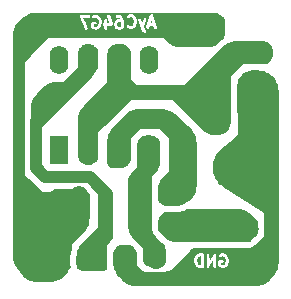
<source format=gbr>
%TF.GenerationSoftware,KiCad,Pcbnew,8.0.3*%
%TF.CreationDate,2024-09-30T16:35:38-03:00*%
%TF.ProjectId,PasaBajosActivos,50617361-4261-46a6-9f73-41637469766f,rev?*%
%TF.SameCoordinates,Original*%
%TF.FileFunction,Copper,L2,Bot*%
%TF.FilePolarity,Positive*%
%FSLAX46Y46*%
G04 Gerber Fmt 4.6, Leading zero omitted, Abs format (unit mm)*
G04 Created by KiCad (PCBNEW 8.0.3) date 2024-09-30 16:35:38*
%MOMM*%
%LPD*%
G01*
G04 APERTURE LIST*
%ADD10C,0.250000*%
%TA.AperFunction,ComponentPad*%
%ADD11C,1.400000*%
%TD*%
%TA.AperFunction,ComponentPad*%
%ADD12O,1.400000X1.400000*%
%TD*%
%TA.AperFunction,ComponentPad*%
%ADD13R,1.700000X1.700000*%
%TD*%
%TA.AperFunction,ComponentPad*%
%ADD14O,1.700000X1.700000*%
%TD*%
%TA.AperFunction,ComponentPad*%
%ADD15C,1.600000*%
%TD*%
%TA.AperFunction,ComponentPad*%
%ADD16O,1.600000X1.600000*%
%TD*%
%TA.AperFunction,ComponentPad*%
%ADD17R,1.600000X2.400000*%
%TD*%
%TA.AperFunction,ComponentPad*%
%ADD18O,1.600000X2.400000*%
%TD*%
%TA.AperFunction,Conductor*%
%ADD19C,1.000000*%
%TD*%
G04 APERTURE END LIST*
D10*
G36*
X154073260Y-111954728D02*
G01*
X153940691Y-111955364D01*
X154006589Y-111756191D01*
X154073260Y-111954728D01*
G37*
G36*
X154589306Y-112946970D02*
G01*
X151759357Y-112946970D01*
X151759357Y-111435470D01*
X151884357Y-111435470D01*
X151884357Y-111484244D01*
X151903022Y-111529303D01*
X151937509Y-111563790D01*
X151982568Y-111582455D01*
X152031342Y-111582455D01*
X152076401Y-111563790D01*
X152095343Y-111548245D01*
X152120664Y-111521561D01*
X152213189Y-111489302D01*
X152268799Y-111488185D01*
X152366281Y-111519199D01*
X152426328Y-111577460D01*
X152458829Y-111639586D01*
X152501117Y-111801239D01*
X152502738Y-111914097D01*
X152464247Y-112075506D01*
X152431068Y-112145026D01*
X152370716Y-112207229D01*
X152276910Y-112239935D01*
X152221302Y-112241052D01*
X152123174Y-112209832D01*
X152076402Y-112165447D01*
X152031343Y-112146782D01*
X151982570Y-112146782D01*
X151937510Y-112165446D01*
X151903022Y-112199933D01*
X151884357Y-112244992D01*
X151884357Y-112293765D01*
X151903021Y-112338825D01*
X151918566Y-112357767D01*
X151955336Y-112392662D01*
X151955825Y-112393640D01*
X151962111Y-112399091D01*
X151985126Y-112420933D01*
X151989279Y-112422653D01*
X151992671Y-112425595D01*
X152015046Y-112435585D01*
X152158842Y-112481334D01*
X152173045Y-112487217D01*
X152179255Y-112487828D01*
X152181796Y-112488637D01*
X152185087Y-112488403D01*
X152197431Y-112489619D01*
X152294650Y-112487666D01*
X152308303Y-112488637D01*
X152314305Y-112487272D01*
X152317055Y-112487217D01*
X152320106Y-112485953D01*
X152332197Y-112483204D01*
X152457266Y-112439598D01*
X152459913Y-112439598D01*
X152473987Y-112433768D01*
X152497429Y-112425595D01*
X152500821Y-112422652D01*
X152504973Y-112420933D01*
X152523915Y-112405388D01*
X152618194Y-112308216D01*
X152629513Y-112298400D01*
X152632827Y-112293135D01*
X152634698Y-112291207D01*
X152635962Y-112288155D01*
X152642567Y-112277663D01*
X152685260Y-112188209D01*
X152691406Y-112179915D01*
X152697919Y-112161684D01*
X152698944Y-112159539D01*
X152699007Y-112158639D01*
X152699651Y-112156840D01*
X152743621Y-111972451D01*
X152748600Y-111960433D01*
X152750086Y-111945343D01*
X152750854Y-111942124D01*
X152750582Y-111940301D01*
X152751002Y-111936047D01*
X152749038Y-111799316D01*
X152750854Y-111787113D01*
X152748648Y-111772197D01*
X152748600Y-111768804D01*
X152747895Y-111767102D01*
X152747270Y-111762873D01*
X152735066Y-111716221D01*
X152835678Y-111716221D01*
X152841618Y-111739994D01*
X153074568Y-112385563D01*
X153074545Y-112387509D01*
X153076083Y-112392812D01*
X153076195Y-112395062D01*
X153077589Y-112398006D01*
X153081371Y-112411043D01*
X153187896Y-112670887D01*
X153188439Y-112671443D01*
X153188736Y-112672160D01*
X153204281Y-112691102D01*
X153255605Y-112739807D01*
X153263649Y-112749082D01*
X153268785Y-112752315D01*
X153270841Y-112754266D01*
X153273891Y-112755529D01*
X153284386Y-112762136D01*
X153402510Y-112818513D01*
X153451159Y-112821970D01*
X153497430Y-112806547D01*
X153534275Y-112774591D01*
X153556086Y-112730968D01*
X153559544Y-112682318D01*
X153544121Y-112636048D01*
X153512165Y-112599203D01*
X153491427Y-112586148D01*
X153416496Y-112550386D01*
X153399821Y-112534562D01*
X153330075Y-112364430D01*
X153335534Y-112348985D01*
X153549604Y-112348985D01*
X153553061Y-112397634D01*
X153574873Y-112441259D01*
X153611719Y-112473214D01*
X153657988Y-112488637D01*
X153706637Y-112485180D01*
X153750262Y-112463368D01*
X153782217Y-112426522D01*
X153792207Y-112404147D01*
X153858602Y-112203473D01*
X154156311Y-112202044D01*
X154231693Y-112426522D01*
X154263648Y-112463368D01*
X154307272Y-112485180D01*
X154355922Y-112488637D01*
X154402191Y-112473214D01*
X154439037Y-112441258D01*
X154460849Y-112397634D01*
X154464306Y-112348984D01*
X154458873Y-112325090D01*
X154128123Y-111340159D01*
X154127516Y-111331604D01*
X154120618Y-111317808D01*
X154115550Y-111302716D01*
X154109698Y-111295968D01*
X154105704Y-111287980D01*
X154093866Y-111277713D01*
X154083595Y-111265870D01*
X154075603Y-111261874D01*
X154068858Y-111256024D01*
X154053990Y-111251068D01*
X154039970Y-111244058D01*
X154031060Y-111243424D01*
X154022589Y-111240601D01*
X154006954Y-111241711D01*
X153991321Y-111240601D01*
X153982849Y-111243424D01*
X153973939Y-111244058D01*
X153959917Y-111251069D01*
X153945052Y-111256024D01*
X153938306Y-111261874D01*
X153930315Y-111265870D01*
X153920046Y-111277710D01*
X153908206Y-111287979D01*
X153904210Y-111295969D01*
X153898360Y-111302716D01*
X153888369Y-111325091D01*
X153650084Y-112045288D01*
X153646262Y-112054518D01*
X153646262Y-112056842D01*
X153549604Y-112348985D01*
X153335534Y-112348985D01*
X153559183Y-111716221D01*
X153556762Y-111667509D01*
X153535883Y-111623430D01*
X153499725Y-111590698D01*
X153453795Y-111574295D01*
X153405082Y-111576716D01*
X153361004Y-111597595D01*
X153328272Y-111633753D01*
X153317808Y-111655910D01*
X153197455Y-111996417D01*
X153066590Y-111633753D01*
X153033858Y-111597595D01*
X152989779Y-111576716D01*
X152941067Y-111574294D01*
X152895137Y-111590698D01*
X152858979Y-111623430D01*
X152838100Y-111667509D01*
X152835678Y-111716221D01*
X152735066Y-111716221D01*
X152699767Y-111581284D01*
X152698944Y-111569698D01*
X152691966Y-111551464D01*
X152691406Y-111549322D01*
X152690869Y-111548597D01*
X152690186Y-111546812D01*
X152640100Y-111451075D01*
X152634697Y-111438030D01*
X152630777Y-111433253D01*
X152629513Y-111430837D01*
X152627018Y-111428673D01*
X152619152Y-111419088D01*
X152535380Y-111337808D01*
X152534275Y-111335598D01*
X152523223Y-111326013D01*
X152504972Y-111308305D01*
X152500822Y-111306586D01*
X152497429Y-111303643D01*
X152475054Y-111293652D01*
X152331258Y-111247904D01*
X152317055Y-111242021D01*
X152310843Y-111241409D01*
X152308303Y-111240601D01*
X152305012Y-111240834D01*
X152292669Y-111239619D01*
X152195448Y-111241571D01*
X152181796Y-111240601D01*
X152175793Y-111241965D01*
X152173045Y-111242021D01*
X152169995Y-111243284D01*
X152157902Y-111246034D01*
X152032834Y-111289640D01*
X152030187Y-111289640D01*
X152016113Y-111295469D01*
X151992671Y-111303643D01*
X151989278Y-111306585D01*
X151985127Y-111308305D01*
X151966185Y-111323850D01*
X151903022Y-111390411D01*
X151884357Y-111435470D01*
X151759357Y-111435470D01*
X151759357Y-111114619D01*
X154589306Y-111114619D01*
X154589306Y-112946970D01*
G37*
G36*
X151373604Y-111943136D02*
G01*
X151393769Y-111962273D01*
X151421064Y-112014447D01*
X151422114Y-112191564D01*
X151397483Y-112243173D01*
X151378347Y-112263338D01*
X151327535Y-112289921D01*
X151196062Y-112291391D01*
X151145069Y-112267053D01*
X151124902Y-112247915D01*
X151098375Y-112197210D01*
X151096737Y-112018245D01*
X151121187Y-111967016D01*
X151140324Y-111946851D01*
X151191136Y-111920268D01*
X151322610Y-111918798D01*
X151373604Y-111943136D01*
G37*
G36*
X151795050Y-112664619D02*
G01*
X147773354Y-112664619D01*
X147773354Y-111391730D01*
X147898354Y-111391730D01*
X147898643Y-111415377D01*
X147898643Y-111439005D01*
X147898940Y-111439723D01*
X147898950Y-111440498D01*
X147906348Y-111463859D01*
X148346733Y-112485327D01*
X148381637Y-112519391D01*
X148426922Y-112537505D01*
X148475691Y-112536910D01*
X148520520Y-112517698D01*
X148554584Y-112482793D01*
X148572698Y-112437508D01*
X148572103Y-112388739D01*
X148564705Y-112365379D01*
X148401164Y-111986047D01*
X148896241Y-111986047D01*
X148898643Y-112343766D01*
X148917307Y-112388826D01*
X148917311Y-112388830D01*
X148932852Y-112407767D01*
X148969622Y-112442662D01*
X148970111Y-112443640D01*
X148976397Y-112449091D01*
X148999412Y-112470933D01*
X149003565Y-112472653D01*
X149006957Y-112475595D01*
X149029332Y-112485585D01*
X149173128Y-112531334D01*
X149187331Y-112537217D01*
X149193541Y-112537828D01*
X149196082Y-112538637D01*
X149199373Y-112538403D01*
X149211717Y-112539619D01*
X149308936Y-112537666D01*
X149322589Y-112538637D01*
X149328591Y-112537272D01*
X149331341Y-112537217D01*
X149334392Y-112535953D01*
X149346483Y-112533204D01*
X149471552Y-112489598D01*
X149474199Y-112489598D01*
X149488273Y-112483768D01*
X149511715Y-112475595D01*
X149515107Y-112472652D01*
X149519259Y-112470933D01*
X149538201Y-112455388D01*
X149632480Y-112358216D01*
X149643799Y-112348400D01*
X149647113Y-112343135D01*
X149648984Y-112341207D01*
X149650248Y-112338155D01*
X149656853Y-112327663D01*
X149699546Y-112238209D01*
X149705692Y-112229915D01*
X149712205Y-112211684D01*
X149713230Y-112209539D01*
X149713293Y-112208639D01*
X149713937Y-112206840D01*
X149749692Y-112056899D01*
X149851024Y-112056899D01*
X149851024Y-112105671D01*
X149869688Y-112150731D01*
X149904176Y-112185219D01*
X149949236Y-112203883D01*
X149973622Y-112206285D01*
X149993071Y-112206212D01*
X149993881Y-112439005D01*
X150012545Y-112484065D01*
X150047033Y-112518553D01*
X150092093Y-112537217D01*
X150140865Y-112537217D01*
X150185925Y-112518553D01*
X150220413Y-112484065D01*
X150239077Y-112439005D01*
X150241479Y-112414619D01*
X150240751Y-112205287D01*
X150589753Y-112203984D01*
X150608303Y-112205303D01*
X150612512Y-112203899D01*
X150617055Y-112203883D01*
X150635570Y-112196213D01*
X150654572Y-112189880D01*
X150657963Y-112186938D01*
X150662115Y-112185219D01*
X150676287Y-112171046D01*
X150691418Y-112157924D01*
X150693426Y-112153908D01*
X150696603Y-112150731D01*
X150704271Y-112132216D01*
X150713230Y-112114300D01*
X150713548Y-112109820D01*
X150715267Y-112105671D01*
X150715267Y-112085633D01*
X150716687Y-112065650D01*
X150715267Y-112059404D01*
X150715267Y-112056899D01*
X150714003Y-112053849D01*
X150711254Y-112041756D01*
X150692493Y-111986047D01*
X150848622Y-111986047D01*
X150850629Y-112205428D01*
X150849603Y-112208508D01*
X150850813Y-112225540D01*
X150851024Y-112248528D01*
X150852742Y-112252676D01*
X150853061Y-112257158D01*
X150861819Y-112280044D01*
X150911903Y-112375778D01*
X150917307Y-112388825D01*
X150921227Y-112393602D01*
X150922492Y-112396019D01*
X150924986Y-112398182D01*
X150932852Y-112407767D01*
X150984179Y-112456477D01*
X150992221Y-112465749D01*
X150997354Y-112468980D01*
X150999412Y-112470933D01*
X151002465Y-112472197D01*
X151012958Y-112478803D01*
X151093198Y-112517099D01*
X151094652Y-112518553D01*
X151106701Y-112523544D01*
X151131082Y-112535180D01*
X151135562Y-112535498D01*
X151139712Y-112537217D01*
X151164098Y-112539619D01*
X151336114Y-112537695D01*
X151338940Y-112538638D01*
X151355193Y-112537482D01*
X151378960Y-112537217D01*
X151383108Y-112535498D01*
X151387590Y-112535180D01*
X151410476Y-112526422D01*
X151506208Y-112476338D01*
X151519259Y-112470933D01*
X151524036Y-112467012D01*
X151526451Y-112465749D01*
X151528613Y-112463255D01*
X151538201Y-112455387D01*
X151586902Y-112404065D01*
X151596180Y-112396019D01*
X151599415Y-112390879D01*
X151601365Y-112388825D01*
X151602627Y-112385776D01*
X151609234Y-112375282D01*
X151647530Y-112295041D01*
X151648984Y-112293588D01*
X151653975Y-112281538D01*
X151665611Y-112257158D01*
X151665929Y-112252677D01*
X151667648Y-112248528D01*
X151670050Y-112224142D01*
X151668737Y-112002671D01*
X151669068Y-112001680D01*
X151668701Y-111996516D01*
X151667838Y-111850980D01*
X151669902Y-111837113D01*
X151667666Y-111821996D01*
X151667648Y-111818804D01*
X151666943Y-111817102D01*
X151666318Y-111812873D01*
X151616151Y-111621101D01*
X151612966Y-111604999D01*
X151610950Y-111601218D01*
X151610454Y-111599322D01*
X151608616Y-111596842D01*
X151601437Y-111583377D01*
X151510033Y-111449844D01*
X151506126Y-111440410D01*
X151490757Y-111421683D01*
X151490674Y-111421561D01*
X151490636Y-111421536D01*
X151490581Y-111421468D01*
X151439259Y-111372766D01*
X151431213Y-111363489D01*
X151426073Y-111360253D01*
X151424020Y-111358305D01*
X151420973Y-111357043D01*
X151410475Y-111350434D01*
X151330235Y-111312138D01*
X151328782Y-111310685D01*
X151316733Y-111305694D01*
X151292352Y-111294058D01*
X151287870Y-111293739D01*
X151283722Y-111292021D01*
X151259336Y-111289619D01*
X151044474Y-111292021D01*
X150999414Y-111310685D01*
X150964926Y-111345173D01*
X150946262Y-111390233D01*
X150946262Y-111439005D01*
X150964926Y-111484065D01*
X150999414Y-111518553D01*
X151044474Y-111537217D01*
X151068860Y-111539619D01*
X151227372Y-111537846D01*
X151278366Y-111562184D01*
X151301701Y-111584329D01*
X151361179Y-111671221D01*
X151354574Y-111670571D01*
X151182554Y-111672494D01*
X151179731Y-111671553D01*
X151163488Y-111672707D01*
X151139712Y-111672973D01*
X151135562Y-111674691D01*
X151131082Y-111675010D01*
X151108196Y-111683768D01*
X151012462Y-111733851D01*
X150999413Y-111739257D01*
X150994635Y-111743178D01*
X150992221Y-111744441D01*
X150990059Y-111746932D01*
X150980471Y-111754802D01*
X150931769Y-111806123D01*
X150922492Y-111814170D01*
X150919256Y-111819309D01*
X150917308Y-111821363D01*
X150916046Y-111824409D01*
X150909437Y-111834908D01*
X150871141Y-111915147D01*
X150869688Y-111916601D01*
X150864697Y-111928649D01*
X150853061Y-111953031D01*
X150852742Y-111957512D01*
X150851024Y-111961661D01*
X150848622Y-111986047D01*
X150692493Y-111986047D01*
X150463169Y-111305097D01*
X150431214Y-111268251D01*
X150387589Y-111246439D01*
X150338940Y-111242982D01*
X150292671Y-111258405D01*
X150255825Y-111290360D01*
X150234013Y-111333985D01*
X150230556Y-111382634D01*
X150235989Y-111406528D01*
X150421346Y-111956924D01*
X150239890Y-111957601D01*
X150239077Y-111723566D01*
X150220413Y-111678506D01*
X150185925Y-111644018D01*
X150140865Y-111625354D01*
X150092093Y-111625354D01*
X150047033Y-111644018D01*
X150012545Y-111678506D01*
X149993881Y-111723566D01*
X149991479Y-111747952D01*
X149992210Y-111958526D01*
X149949236Y-111958687D01*
X149904176Y-111977351D01*
X149869688Y-112011839D01*
X149851024Y-112056899D01*
X149749692Y-112056899D01*
X149757907Y-112022451D01*
X149762886Y-112010433D01*
X149764372Y-111995343D01*
X149765140Y-111992124D01*
X149764868Y-111990301D01*
X149765288Y-111986047D01*
X149763324Y-111849316D01*
X149765140Y-111837113D01*
X149762934Y-111822197D01*
X149762886Y-111818804D01*
X149762181Y-111817102D01*
X149761556Y-111812873D01*
X149714053Y-111631284D01*
X149713230Y-111619698D01*
X149706252Y-111601464D01*
X149705692Y-111599322D01*
X149705155Y-111598597D01*
X149704472Y-111596812D01*
X149654386Y-111501075D01*
X149648983Y-111488030D01*
X149645063Y-111483253D01*
X149643799Y-111480837D01*
X149641304Y-111478673D01*
X149633438Y-111469088D01*
X149549666Y-111387808D01*
X149548561Y-111385598D01*
X149537509Y-111376013D01*
X149519258Y-111358305D01*
X149515108Y-111356586D01*
X149511715Y-111353643D01*
X149489340Y-111343652D01*
X149345544Y-111297904D01*
X149331341Y-111292021D01*
X149325129Y-111291409D01*
X149322589Y-111290601D01*
X149319298Y-111290834D01*
X149306955Y-111289619D01*
X149182162Y-111291411D01*
X149179731Y-111290601D01*
X149164823Y-111291660D01*
X149139712Y-111292021D01*
X149135562Y-111293739D01*
X149131082Y-111294058D01*
X149108196Y-111302816D01*
X148992221Y-111363489D01*
X148960265Y-111400334D01*
X148944841Y-111446604D01*
X148948299Y-111495254D01*
X148970111Y-111538877D01*
X149006956Y-111570833D01*
X149053226Y-111586257D01*
X149101876Y-111582799D01*
X149124762Y-111574041D01*
X149191305Y-111539228D01*
X149282256Y-111537921D01*
X149380567Y-111569199D01*
X149440614Y-111627460D01*
X149473115Y-111689586D01*
X149515403Y-111851239D01*
X149517024Y-111964097D01*
X149478533Y-112125506D01*
X149445354Y-112195026D01*
X149385002Y-112257229D01*
X149291196Y-112289935D01*
X149235588Y-112291052D01*
X149145859Y-112262505D01*
X149144832Y-112109665D01*
X149236103Y-112108645D01*
X149281163Y-112089981D01*
X149315651Y-112055493D01*
X149334315Y-112010433D01*
X149334315Y-111961661D01*
X149315651Y-111916601D01*
X149281163Y-111882113D01*
X149236103Y-111863449D01*
X149211717Y-111861047D01*
X148996855Y-111863449D01*
X148951795Y-111882113D01*
X148917307Y-111916601D01*
X148898643Y-111961661D01*
X148896241Y-111986047D01*
X148401164Y-111986047D01*
X148208415Y-111538968D01*
X148712293Y-111537217D01*
X148757353Y-111518553D01*
X148791841Y-111484065D01*
X148810505Y-111439005D01*
X148810505Y-111390233D01*
X148791841Y-111345173D01*
X148757353Y-111310685D01*
X148712293Y-111292021D01*
X148687907Y-111289619D01*
X148044439Y-111291855D01*
X148044130Y-111291732D01*
X148029873Y-111291906D01*
X147996855Y-111292021D01*
X147996136Y-111292318D01*
X147995362Y-111292328D01*
X147973674Y-111301622D01*
X147951795Y-111310685D01*
X147951245Y-111311234D01*
X147950533Y-111311540D01*
X147934027Y-111328452D01*
X147917307Y-111345173D01*
X147917010Y-111345889D01*
X147916468Y-111346445D01*
X147907677Y-111368421D01*
X147898643Y-111390233D01*
X147898643Y-111391007D01*
X147898354Y-111391730D01*
X147773354Y-111391730D01*
X147773354Y-111117982D01*
X151795050Y-111117982D01*
X151795050Y-112664619D01*
G37*
G36*
X158176866Y-132490744D02*
G01*
X158087199Y-132491564D01*
X157988106Y-132460038D01*
X157928057Y-132401775D01*
X157895556Y-132339650D01*
X157853268Y-132177997D01*
X157851647Y-132065139D01*
X157890138Y-131903727D01*
X157923318Y-131834209D01*
X157983667Y-131772009D01*
X158076968Y-131739479D01*
X158175102Y-131738581D01*
X158176866Y-132490744D01*
G37*
G36*
X160645050Y-132864619D02*
G01*
X157478384Y-132864619D01*
X157478384Y-132043190D01*
X157603384Y-132043190D01*
X157605347Y-132179919D01*
X157603532Y-132192123D01*
X157605737Y-132207038D01*
X157605786Y-132210433D01*
X157606490Y-132212134D01*
X157607116Y-132216364D01*
X157654618Y-132397950D01*
X157655442Y-132409539D01*
X157662419Y-132427772D01*
X157662980Y-132429915D01*
X157663516Y-132430639D01*
X157664200Y-132432425D01*
X157714282Y-132528156D01*
X157719688Y-132541207D01*
X157723610Y-132545986D01*
X157724873Y-132548400D01*
X157727364Y-132550560D01*
X157735233Y-132560149D01*
X157819006Y-132641430D01*
X157820111Y-132643640D01*
X157831154Y-132653217D01*
X157849413Y-132670933D01*
X157853564Y-132672652D01*
X157856957Y-132675595D01*
X157879332Y-132685585D01*
X158023128Y-132731334D01*
X158037331Y-132737217D01*
X158043541Y-132737828D01*
X158046082Y-132738637D01*
X158049373Y-132738403D01*
X158061717Y-132739619D01*
X158324198Y-132737217D01*
X158369258Y-132718553D01*
X158403746Y-132684065D01*
X158422410Y-132639005D01*
X158424812Y-132614619D01*
X158422467Y-131614619D01*
X158651003Y-131614619D01*
X158653330Y-132607436D01*
X158651308Y-132623349D01*
X158653386Y-132630969D01*
X158653405Y-132639005D01*
X158659766Y-132654362D01*
X158664141Y-132670404D01*
X158669020Y-132676704D01*
X158672069Y-132684065D01*
X158683824Y-132695820D01*
X158694004Y-132708965D01*
X158700922Y-132712918D01*
X158706557Y-132718553D01*
X158721915Y-132724914D01*
X158736350Y-132733163D01*
X158744256Y-132734168D01*
X158751617Y-132737217D01*
X158768238Y-132737217D01*
X158784733Y-132739314D01*
X158792422Y-132737217D01*
X158800389Y-132737217D01*
X158815746Y-132730855D01*
X158831788Y-132726481D01*
X158838088Y-132721601D01*
X158845449Y-132718553D01*
X158857204Y-132706797D01*
X158870349Y-132696618D01*
X158877602Y-132686399D01*
X158879937Y-132684065D01*
X158880886Y-132681773D01*
X158884533Y-132676636D01*
X159223523Y-132080579D01*
X159224833Y-132639005D01*
X159243497Y-132684065D01*
X159277985Y-132718553D01*
X159323045Y-132737217D01*
X159371817Y-132737217D01*
X159416877Y-132718553D01*
X159451365Y-132684065D01*
X159470029Y-132639005D01*
X159472431Y-132614619D01*
X159471426Y-132186047D01*
X159651003Y-132186047D01*
X159653405Y-132543766D01*
X159672069Y-132588826D01*
X159672073Y-132588830D01*
X159687614Y-132607767D01*
X159724384Y-132642662D01*
X159724873Y-132643640D01*
X159731159Y-132649091D01*
X159754174Y-132670933D01*
X159758327Y-132672653D01*
X159761719Y-132675595D01*
X159784094Y-132685585D01*
X159927890Y-132731334D01*
X159942093Y-132737217D01*
X159948303Y-132737828D01*
X159950844Y-132738637D01*
X159954135Y-132738403D01*
X159966479Y-132739619D01*
X160063698Y-132737666D01*
X160077351Y-132738637D01*
X160083353Y-132737272D01*
X160086103Y-132737217D01*
X160089154Y-132735953D01*
X160101245Y-132733204D01*
X160226314Y-132689598D01*
X160228961Y-132689598D01*
X160243035Y-132683768D01*
X160266477Y-132675595D01*
X160269869Y-132672652D01*
X160274021Y-132670933D01*
X160292963Y-132655388D01*
X160387242Y-132558216D01*
X160398561Y-132548400D01*
X160401875Y-132543135D01*
X160403746Y-132541207D01*
X160405010Y-132538155D01*
X160411615Y-132527663D01*
X160454308Y-132438209D01*
X160460454Y-132429915D01*
X160466967Y-132411684D01*
X160467992Y-132409539D01*
X160468055Y-132408639D01*
X160468699Y-132406840D01*
X160512669Y-132222451D01*
X160517648Y-132210433D01*
X160519134Y-132195343D01*
X160519902Y-132192124D01*
X160519630Y-132190301D01*
X160520050Y-132186047D01*
X160518086Y-132049316D01*
X160519902Y-132037113D01*
X160517696Y-132022197D01*
X160517648Y-132018804D01*
X160516943Y-132017102D01*
X160516318Y-132012873D01*
X160468815Y-131831284D01*
X160467992Y-131819698D01*
X160461014Y-131801464D01*
X160460454Y-131799322D01*
X160459917Y-131798597D01*
X160459234Y-131796812D01*
X160409148Y-131701075D01*
X160403745Y-131688030D01*
X160399825Y-131683253D01*
X160398561Y-131680837D01*
X160396066Y-131678673D01*
X160388200Y-131669088D01*
X160304428Y-131587808D01*
X160303323Y-131585598D01*
X160292271Y-131576013D01*
X160274020Y-131558305D01*
X160269870Y-131556586D01*
X160266477Y-131553643D01*
X160244102Y-131543652D01*
X160100306Y-131497904D01*
X160086103Y-131492021D01*
X160079891Y-131491409D01*
X160077351Y-131490601D01*
X160074060Y-131490834D01*
X160061717Y-131489619D01*
X159936924Y-131491411D01*
X159934493Y-131490601D01*
X159919585Y-131491660D01*
X159894474Y-131492021D01*
X159890324Y-131493739D01*
X159885844Y-131494058D01*
X159862958Y-131502816D01*
X159746983Y-131563489D01*
X159715027Y-131600334D01*
X159699603Y-131646604D01*
X159703061Y-131695254D01*
X159724873Y-131738877D01*
X159761718Y-131770833D01*
X159807988Y-131786257D01*
X159856638Y-131782799D01*
X159879524Y-131774041D01*
X159946067Y-131739228D01*
X160037018Y-131737921D01*
X160135329Y-131769199D01*
X160195376Y-131827460D01*
X160227877Y-131889586D01*
X160270165Y-132051239D01*
X160271786Y-132164097D01*
X160233295Y-132325506D01*
X160200116Y-132395026D01*
X160139764Y-132457229D01*
X160045958Y-132489935D01*
X159990350Y-132491052D01*
X159900621Y-132462505D01*
X159899594Y-132309665D01*
X159990865Y-132308645D01*
X160035925Y-132289981D01*
X160070413Y-132255493D01*
X160089077Y-132210433D01*
X160089077Y-132161661D01*
X160070413Y-132116601D01*
X160035925Y-132082113D01*
X159990865Y-132063449D01*
X159966479Y-132061047D01*
X159751617Y-132063449D01*
X159706557Y-132082113D01*
X159672069Y-132116601D01*
X159653405Y-132161661D01*
X159651003Y-132186047D01*
X159471426Y-132186047D01*
X159470103Y-131621800D01*
X159472126Y-131605888D01*
X159470047Y-131598268D01*
X159470029Y-131590233D01*
X159463668Y-131574876D01*
X159459293Y-131558834D01*
X159454413Y-131552533D01*
X159451365Y-131545173D01*
X159439609Y-131533417D01*
X159429430Y-131520273D01*
X159422511Y-131516319D01*
X159416877Y-131510685D01*
X159401518Y-131504323D01*
X159387084Y-131496075D01*
X159379177Y-131495069D01*
X159371817Y-131492021D01*
X159355196Y-131492021D01*
X159338701Y-131489924D01*
X159331012Y-131492021D01*
X159323045Y-131492021D01*
X159307687Y-131498382D01*
X159291646Y-131502757D01*
X159285345Y-131507636D01*
X159277985Y-131510685D01*
X159266229Y-131522440D01*
X159253085Y-131532620D01*
X159245831Y-131542838D01*
X159243497Y-131545173D01*
X159242547Y-131547464D01*
X159238901Y-131552602D01*
X158899910Y-132148657D01*
X158898601Y-131590233D01*
X158879937Y-131545173D01*
X158845449Y-131510685D01*
X158800389Y-131492021D01*
X158751617Y-131492021D01*
X158706557Y-131510685D01*
X158672069Y-131545173D01*
X158653405Y-131590233D01*
X158651003Y-131614619D01*
X158422467Y-131614619D01*
X158422410Y-131590233D01*
X158403746Y-131545173D01*
X158369258Y-131510685D01*
X158324198Y-131492021D01*
X158299812Y-131489619D01*
X158062787Y-131491788D01*
X158046082Y-131490601D01*
X158039942Y-131491997D01*
X158037331Y-131492021D01*
X158034281Y-131493284D01*
X158022188Y-131496034D01*
X157897120Y-131539640D01*
X157894473Y-131539640D01*
X157880401Y-131545468D01*
X157856957Y-131553643D01*
X157853563Y-131556586D01*
X157849414Y-131558305D01*
X157830472Y-131573850D01*
X157736198Y-131671014D01*
X157724873Y-131680837D01*
X157721556Y-131686105D01*
X157719689Y-131688030D01*
X157718427Y-131691076D01*
X157711818Y-131701575D01*
X157669125Y-131791027D01*
X157662980Y-131799322D01*
X157656466Y-131817552D01*
X157655442Y-131819698D01*
X157655378Y-131820597D01*
X157654735Y-131822397D01*
X157610764Y-132006784D01*
X157605786Y-132018804D01*
X157604299Y-132033895D01*
X157603532Y-132037114D01*
X157603803Y-132038935D01*
X157603384Y-132043190D01*
X157478384Y-132043190D01*
X157478384Y-131364619D01*
X160645050Y-131364619D01*
X160645050Y-132864619D01*
G37*
D11*
%TO.P,R1,1*%
%TO.N,Net-(J2-Pin_2)*%
X155500000Y-129000000D03*
D12*
%TO.P,R1,2*%
%TO.N,Net-(C1-Pad1)*%
X147880000Y-129000000D03*
%TD*%
D13*
%TO.P,J1,1,Pin_1*%
%TO.N,VCC*%
X149250000Y-132000000D03*
D14*
%TO.P,J1,2,Pin_2*%
%TO.N,GND*%
X151790000Y-132000000D03*
%TO.P,J1,3,Pin_3*%
%TO.N,VEE*%
X154330000Y-132000000D03*
%TD*%
D11*
%TO.P,R2,1*%
%TO.N,Net-(C1-Pad1)*%
X147880000Y-126500000D03*
D12*
%TO.P,R2,2*%
%TO.N,Net-(U1-+)*%
X155500000Y-126500000D03*
%TD*%
D15*
%TO.P,C1,1*%
%TO.N,Net-(C1-Pad1)*%
X158500000Y-112500000D03*
D16*
%TO.P,C1,2*%
%TO.N,Net-(J3-Pin_1)*%
X158500000Y-120000000D03*
%TD*%
D13*
%TO.P,J2,1,Pin_1*%
%TO.N,GND*%
X162250000Y-132000000D03*
D14*
%TO.P,J2,2,Pin_2*%
%TO.N,Net-(J2-Pin_2)*%
X162250000Y-129460000D03*
%TD*%
D13*
%TO.P,J3,1,Pin_1*%
%TO.N,Net-(J3-Pin_1)*%
X163000000Y-114460000D03*
D14*
%TO.P,J3,2,Pin_2*%
%TO.N,GND*%
X163000000Y-117000000D03*
%TD*%
D15*
%TO.P,C2,1*%
%TO.N,GND*%
X164000000Y-123500000D03*
D16*
%TO.P,C2,2*%
%TO.N,Net-(U1-+)*%
X156500000Y-123500000D03*
%TD*%
D17*
%TO.P,U1,1,NULL*%
%TO.N,unconnected-(U1-NULL-Pad1)*%
X146130000Y-122750000D03*
D18*
%TO.P,U1,2,-*%
%TO.N,Net-(J3-Pin_1)*%
X148670000Y-122750000D03*
%TO.P,U1,3,+*%
%TO.N,Net-(U1-+)*%
X151210000Y-122750000D03*
%TO.P,U1,4,V-*%
%TO.N,VEE*%
X153750000Y-122750000D03*
%TO.P,U1,5,NULL*%
%TO.N,unconnected-(U1-NULL-Pad5)*%
X153750000Y-115130000D03*
%TO.P,U1,6*%
%TO.N,Net-(J3-Pin_1)*%
X151210000Y-115130000D03*
%TO.P,U1,7,V+*%
%TO.N,VCC*%
X148670000Y-115130000D03*
%TO.P,U1,8,NC*%
%TO.N,unconnected-(U1-NC-Pad8)*%
X146130000Y-115130000D03*
%TD*%
D19*
%TO.N,Net-(C1-Pad1)*%
X145250000Y-127000000D02*
X147380000Y-127000000D01*
X142750000Y-115000000D02*
X142750000Y-125450000D01*
X146110000Y-111640000D02*
X142750000Y-115000000D01*
X147880000Y-129000000D02*
X147380000Y-129000000D01*
X147380000Y-129000000D02*
X145380000Y-127000000D01*
X147380000Y-127000000D02*
X147880000Y-126500000D01*
X144300000Y-127000000D02*
X145250000Y-127000000D01*
X142750000Y-125450000D02*
X144300000Y-127000000D01*
X145380000Y-127000000D02*
X145250000Y-127000000D01*
%TO.N,Net-(J3-Pin_1)*%
X148670000Y-122750000D02*
X148670000Y-120580000D01*
X156790000Y-118040000D02*
X158500000Y-119750000D01*
X158500000Y-119750000D02*
X158500000Y-120000000D01*
X148670000Y-120580000D02*
X151210000Y-118040000D01*
X160370000Y-114460000D02*
X156790000Y-118040000D01*
X163000000Y-114460000D02*
X160370000Y-114460000D01*
X151210000Y-118040000D02*
X156790000Y-118040000D01*
X151210000Y-118040000D02*
X151210000Y-115130000D01*
%TO.N,GND*%
X151790000Y-132000000D02*
X151790000Y-133040000D01*
X164000000Y-130250000D02*
X162250000Y-132000000D01*
X152340000Y-133590000D02*
X160660000Y-133590000D01*
X163000000Y-117000000D02*
X163000000Y-122500000D01*
X160660000Y-133590000D02*
X162250000Y-132000000D01*
X151790000Y-133040000D02*
X152340000Y-133590000D01*
X163000000Y-122500000D02*
X164000000Y-123500000D01*
X164000000Y-123500000D02*
X164000000Y-130250000D01*
%TO.N,Net-(U1-+)*%
X155000000Y-120000000D02*
X156500000Y-121500000D01*
X156500000Y-124500000D02*
X156500000Y-123500000D01*
X156500000Y-121500000D02*
X156500000Y-123500000D01*
X155500000Y-125500000D02*
X156500000Y-124500000D01*
X151210000Y-122750000D02*
X151210000Y-121350000D01*
X155500000Y-126500000D02*
X155500000Y-125500000D01*
X152560000Y-120000000D02*
X155000000Y-120000000D01*
X151210000Y-121350000D02*
X152560000Y-120000000D01*
%TO.N,VCC*%
X148670000Y-115830000D02*
X144250000Y-120250000D01*
X144250000Y-120250000D02*
X144250000Y-124246376D01*
X150250000Y-130000000D02*
X149250000Y-131000000D01*
X148750000Y-125000000D02*
X150250000Y-126500000D01*
X150250000Y-126500000D02*
X150250000Y-130000000D01*
X144250000Y-124246376D02*
X145003624Y-125000000D01*
X148670000Y-115130000D02*
X148670000Y-115830000D01*
X145003624Y-125000000D02*
X148750000Y-125000000D01*
X149250000Y-131000000D02*
X149250000Y-132000000D01*
%TO.N,VEE*%
X153000000Y-125250000D02*
X153750000Y-124500000D01*
X153000000Y-129750000D02*
X153000000Y-125250000D01*
X154330000Y-131080000D02*
X153000000Y-129750000D01*
X154330000Y-132000000D02*
X154330000Y-131080000D01*
X153750000Y-124500000D02*
X153750000Y-122750000D01*
%TO.N,Net-(J2-Pin_2)*%
X162250000Y-129460000D02*
X155960000Y-129460000D01*
X155960000Y-129460000D02*
X155500000Y-129000000D01*
%TD*%
%TA.AperFunction,Conductor*%
%TO.N,Net-(J2-Pin_2)*%
G36*
X161259269Y-127750381D02*
G01*
X161526274Y-127771395D01*
X161545483Y-127774438D01*
X161801163Y-127835821D01*
X161819655Y-127841829D01*
X161990891Y-127912758D01*
X162062583Y-127942454D01*
X162079920Y-127951288D01*
X162304106Y-128088669D01*
X162319847Y-128100106D01*
X162523506Y-128274047D01*
X162530656Y-128280656D01*
X162892137Y-128642137D01*
X162900301Y-128651143D01*
X162971354Y-128737722D01*
X162998666Y-128802028D01*
X162999500Y-128816384D01*
X162999500Y-129784217D01*
X162979815Y-129851256D01*
X162963181Y-129871898D01*
X162371398Y-130463681D01*
X162310075Y-130497166D01*
X162283717Y-130500000D01*
X155859646Y-130500000D01*
X155847492Y-130499403D01*
X155699188Y-130484796D01*
X155675348Y-130480054D01*
X155538596Y-130438571D01*
X155516141Y-130429269D01*
X155390116Y-130361907D01*
X155369906Y-130348403D01*
X155254706Y-130253862D01*
X155245689Y-130245689D01*
X154754310Y-129754310D01*
X154746137Y-129745293D01*
X154651596Y-129630093D01*
X154638092Y-129609883D01*
X154579358Y-129500000D01*
X154570728Y-129483853D01*
X154561430Y-129461409D01*
X154519943Y-129324644D01*
X154515204Y-129300818D01*
X154500597Y-129152508D01*
X154500000Y-129140354D01*
X154500000Y-129006092D01*
X154500597Y-128993938D01*
X154521997Y-128776653D01*
X154526739Y-128752819D01*
X154588343Y-128549742D01*
X154597639Y-128527295D01*
X154697684Y-128340124D01*
X154711176Y-128319932D01*
X154849699Y-128151142D01*
X154857852Y-128142147D01*
X154870700Y-128129299D01*
X154879695Y-128121146D01*
X155016080Y-128009218D01*
X155080385Y-127981908D01*
X155112933Y-127982416D01*
X155141976Y-127986725D01*
X155149611Y-127987858D01*
X155149615Y-127987858D01*
X155149639Y-127987862D01*
X155297943Y-128002469D01*
X155322692Y-128004294D01*
X155334846Y-128004891D01*
X155359646Y-128005500D01*
X155359663Y-128005500D01*
X155933018Y-128005500D01*
X155933026Y-128005500D01*
X155952150Y-128005138D01*
X155961527Y-128004783D01*
X155964422Y-128004618D01*
X155980619Y-128003698D01*
X156013841Y-128001178D01*
X156238027Y-127984176D01*
X156276024Y-127979844D01*
X156294564Y-127977016D01*
X156332145Y-127969819D01*
X156579069Y-127912763D01*
X156579084Y-127912758D01*
X156579088Y-127912758D01*
X156615991Y-127902745D01*
X156615993Y-127902744D01*
X156615998Y-127902743D01*
X156633898Y-127897151D01*
X156669941Y-127884376D01*
X156905436Y-127790736D01*
X156906419Y-127790301D01*
X156940413Y-127775271D01*
X156940428Y-127775263D01*
X156940434Y-127775261D01*
X156957287Y-127767033D01*
X156961624Y-127764708D01*
X157020201Y-127750000D01*
X161249541Y-127750000D01*
X161259269Y-127750381D01*
G37*
%TD.AperFunction*%
%TD*%
%TA.AperFunction,Conductor*%
%TO.N,GND*%
G36*
X163047746Y-116000381D02*
G01*
X163300217Y-116020251D01*
X163319431Y-116023294D01*
X163339634Y-116028145D01*
X163560930Y-116081274D01*
X163579435Y-116087287D01*
X163808883Y-116182328D01*
X163826219Y-116191161D01*
X164037986Y-116320930D01*
X164053723Y-116332364D01*
X164212093Y-116467624D01*
X164242579Y-116493662D01*
X164256337Y-116507420D01*
X164417634Y-116696274D01*
X164429069Y-116712013D01*
X164558838Y-116923780D01*
X164567671Y-116941116D01*
X164662712Y-117170564D01*
X164668725Y-117189069D01*
X164726704Y-117430566D01*
X164729748Y-117449785D01*
X164749618Y-117702253D01*
X164750000Y-117711982D01*
X164750000Y-132249540D01*
X164749618Y-132259269D01*
X164728604Y-132526270D01*
X164725560Y-132545488D01*
X164664180Y-132801156D01*
X164658167Y-132819662D01*
X164557545Y-133062583D01*
X164548711Y-133079920D01*
X164411330Y-133304106D01*
X164399893Y-133319847D01*
X164225952Y-133523506D01*
X164219343Y-133530656D01*
X164030656Y-133719343D01*
X164023506Y-133725952D01*
X163819847Y-133899893D01*
X163804106Y-133911330D01*
X163579920Y-134048711D01*
X163562583Y-134057545D01*
X163319662Y-134158167D01*
X163301156Y-134164180D01*
X163045488Y-134225560D01*
X163026270Y-134228604D01*
X162759270Y-134249618D01*
X162749541Y-134250000D01*
X152750459Y-134250000D01*
X152740730Y-134249618D01*
X152473729Y-134228604D01*
X152454511Y-134225560D01*
X152198843Y-134164180D01*
X152180337Y-134158167D01*
X151937416Y-134057545D01*
X151920079Y-134048711D01*
X151695893Y-133911330D01*
X151680152Y-133899893D01*
X151476493Y-133725952D01*
X151469343Y-133719343D01*
X151280656Y-133530656D01*
X151274047Y-133523506D01*
X151100106Y-133319847D01*
X151088669Y-133304106D01*
X150951288Y-133079920D01*
X150942454Y-133062583D01*
X150882182Y-132917075D01*
X150841829Y-132819655D01*
X150835821Y-132801163D01*
X150774438Y-132545483D01*
X150771395Y-132526270D01*
X150763791Y-132429656D01*
X150750382Y-132259269D01*
X150750000Y-132249540D01*
X150750000Y-131609645D01*
X150750597Y-131597491D01*
X150756097Y-131541648D01*
X150765204Y-131449179D01*
X150769942Y-131425357D01*
X150811431Y-131288587D01*
X150820726Y-131266149D01*
X150888095Y-131140110D01*
X150901596Y-131119906D01*
X150992256Y-131009435D01*
X151009435Y-130992256D01*
X151119908Y-130901594D01*
X151140110Y-130888095D01*
X151266149Y-130820726D01*
X151288587Y-130811431D01*
X151425357Y-130769942D01*
X151449179Y-130765204D01*
X151597492Y-130750597D01*
X151609646Y-130750000D01*
X151890354Y-130750000D01*
X151902508Y-130750597D01*
X152050818Y-130765204D01*
X152074644Y-130769943D01*
X152211409Y-130811430D01*
X152233853Y-130820728D01*
X152359883Y-130888092D01*
X152380093Y-130901596D01*
X152387102Y-130907348D01*
X152489172Y-130991114D01*
X152490558Y-130992251D01*
X152507748Y-131009441D01*
X152598403Y-131119906D01*
X152611907Y-131140116D01*
X152679268Y-131266138D01*
X152688571Y-131288596D01*
X152730054Y-131425346D01*
X152734796Y-131449187D01*
X152743903Y-131541648D01*
X152744500Y-131553803D01*
X152744500Y-131890337D01*
X152745109Y-131915161D01*
X152745707Y-131927323D01*
X152747530Y-131952049D01*
X152749403Y-131971062D01*
X152750000Y-131983215D01*
X152750000Y-132125000D01*
X152750000Y-132500000D01*
X152882581Y-132632581D01*
X152882587Y-132632588D01*
X152999994Y-132749995D01*
X152999999Y-132749999D01*
X153250000Y-133000000D01*
X153323890Y-133000000D01*
X153443966Y-133054838D01*
X153489840Y-133068308D01*
X153526028Y-133085710D01*
X153652165Y-133174032D01*
X153652167Y-133174033D01*
X153652170Y-133174035D01*
X153866337Y-133273903D01*
X154094592Y-133335063D01*
X154282918Y-133351539D01*
X154329999Y-133355659D01*
X154330000Y-133355659D01*
X154330001Y-133355659D01*
X154369234Y-133352226D01*
X154565408Y-133335063D01*
X154793663Y-133273903D01*
X155007830Y-133174035D01*
X155201401Y-133038495D01*
X155239896Y-133000000D01*
X155500000Y-133000000D01*
X155643243Y-132856757D01*
X157486086Y-132856757D01*
X160637348Y-132856757D01*
X160637348Y-131372481D01*
X157486086Y-131372481D01*
X157486086Y-132856757D01*
X155643243Y-132856757D01*
X157219356Y-131280643D01*
X157226478Y-131274059D01*
X157281556Y-131227018D01*
X157337890Y-131201776D01*
X157353645Y-131167278D01*
X157366826Y-131154191D01*
X157395917Y-131129345D01*
X157430153Y-131100104D01*
X157445893Y-131088669D01*
X157551794Y-131023773D01*
X157616584Y-131005500D01*
X162283719Y-131005500D01*
X162295077Y-131004891D01*
X162337757Y-131002603D01*
X162337765Y-131002602D01*
X162337767Y-131002602D01*
X162337768Y-131002602D01*
X162344761Y-131001849D01*
X162364115Y-130999769D01*
X162364125Y-130999767D01*
X162364128Y-130999767D01*
X162373727Y-130998211D01*
X162417527Y-130991114D01*
X162552336Y-130940832D01*
X162613659Y-130907347D01*
X162728840Y-130821123D01*
X162890068Y-130659893D01*
X162925356Y-130635188D01*
X162927830Y-130634035D01*
X163121401Y-130498495D01*
X163288495Y-130331401D01*
X163424035Y-130137830D01*
X163478090Y-130021908D01*
X163500000Y-130000000D01*
X163500000Y-129974923D01*
X163523903Y-129923663D01*
X163585063Y-129695408D01*
X163605659Y-129460000D01*
X163585063Y-129224592D01*
X163523903Y-128996337D01*
X163516616Y-128980711D01*
X163505000Y-128928309D01*
X163505000Y-128816388D01*
X163504149Y-128787059D01*
X163503315Y-128772719D01*
X163503315Y-128772711D01*
X163500767Y-128743505D01*
X163500000Y-128740608D01*
X163500000Y-128050000D01*
X162357854Y-127319558D01*
X160033943Y-125833335D01*
X160026645Y-125828291D01*
X159830964Y-125682434D01*
X159817541Y-125670848D01*
X159647811Y-125501707D01*
X159636179Y-125488325D01*
X159628390Y-125477951D01*
X159492308Y-125296705D01*
X159482708Y-125281808D01*
X159367639Y-125071629D01*
X159360265Y-125055525D01*
X159276341Y-124831059D01*
X159271341Y-124814067D01*
X159220296Y-124579950D01*
X159217768Y-124562408D01*
X159200317Y-124318958D01*
X159200000Y-124310092D01*
X159200000Y-124124874D01*
X159200315Y-124116043D01*
X159217629Y-123873552D01*
X159220138Y-123856069D01*
X159270791Y-123622814D01*
X159275754Y-123605881D01*
X159359033Y-123382189D01*
X159366356Y-123366125D01*
X159480570Y-123156536D01*
X159490104Y-123141669D01*
X159632926Y-122950448D01*
X159644476Y-122937086D01*
X159816159Y-122764945D01*
X159822598Y-122758932D01*
X160672018Y-122020746D01*
X161300000Y-121475000D01*
X161260128Y-117707107D01*
X161255677Y-117286465D01*
X161256160Y-117274149D01*
X161265395Y-117170564D01*
X161276766Y-117043012D01*
X161281377Y-117018829D01*
X161345510Y-116802264D01*
X161354811Y-116779469D01*
X161460488Y-116579860D01*
X161474113Y-116559352D01*
X161617213Y-116384513D01*
X161634504Y-116367200D01*
X161676947Y-116332368D01*
X161809580Y-116223519D01*
X161829779Y-116210022D01*
X162029603Y-116103213D01*
X162052048Y-116093915D01*
X162268872Y-116028143D01*
X162292696Y-116023404D01*
X162524269Y-116000597D01*
X162536423Y-116000000D01*
X163038018Y-116000000D01*
X163047746Y-116000381D01*
G37*
%TD.AperFunction*%
%TD*%
%TA.AperFunction,Conductor*%
%TO.N,Net-(J3-Pin_1)*%
G36*
X163402508Y-113500597D02*
G01*
X163550818Y-113515204D01*
X163574644Y-113519943D01*
X163711409Y-113561430D01*
X163733853Y-113570728D01*
X163859883Y-113638092D01*
X163880093Y-113651596D01*
X163990558Y-113742251D01*
X164007748Y-113759441D01*
X164098403Y-113869906D01*
X164111907Y-113890116D01*
X164179268Y-114016138D01*
X164188571Y-114038596D01*
X164216099Y-114129345D01*
X164230054Y-114175346D01*
X164234796Y-114199188D01*
X164249403Y-114347491D01*
X164250000Y-114359645D01*
X164250000Y-114640354D01*
X164249403Y-114652508D01*
X164234796Y-114800811D01*
X164230054Y-114824653D01*
X164188571Y-114961403D01*
X164179268Y-114983861D01*
X164111907Y-115109883D01*
X164098403Y-115130093D01*
X164007748Y-115240558D01*
X163990558Y-115257748D01*
X163880093Y-115348403D01*
X163859883Y-115361907D01*
X163733861Y-115429268D01*
X163711403Y-115438571D01*
X163574653Y-115480054D01*
X163550811Y-115484796D01*
X163402508Y-115499403D01*
X163390354Y-115500000D01*
X161750000Y-115500000D01*
X160750000Y-116500000D01*
X160750000Y-117207101D01*
X160750000Y-120213577D01*
X160749403Y-120225731D01*
X160726596Y-120457294D01*
X160721854Y-120481135D01*
X160656086Y-120697943D01*
X160646783Y-120720402D01*
X160539981Y-120920213D01*
X160526476Y-120940424D01*
X160382747Y-121115559D01*
X160365559Y-121132747D01*
X160190424Y-121276476D01*
X160170213Y-121289981D01*
X159970402Y-121396783D01*
X159947943Y-121406086D01*
X159731135Y-121471854D01*
X159707294Y-121476596D01*
X159475731Y-121499403D01*
X159463577Y-121500000D01*
X159379875Y-121500000D01*
X159370146Y-121499618D01*
X159148686Y-121482188D01*
X159129468Y-121479144D01*
X158918218Y-121428428D01*
X158899712Y-121422415D01*
X158698995Y-121339275D01*
X158681658Y-121330441D01*
X158496419Y-121216926D01*
X158480678Y-121205489D01*
X158311765Y-121061224D01*
X158304615Y-121054615D01*
X156277215Y-119027215D01*
X156277208Y-119027208D01*
X155750000Y-118500000D01*
X155004421Y-118500000D01*
X152995578Y-118500000D01*
X152250000Y-118500000D01*
X151722798Y-119027202D01*
X151722784Y-119027215D01*
X150027215Y-120722784D01*
X150027202Y-120722798D01*
X149500000Y-121250000D01*
X149500000Y-121995578D01*
X149500000Y-123140354D01*
X149499403Y-123152508D01*
X149484796Y-123300811D01*
X149480054Y-123324653D01*
X149438571Y-123461403D01*
X149429268Y-123483861D01*
X149361907Y-123609883D01*
X149348403Y-123630093D01*
X149257748Y-123740558D01*
X149240558Y-123757748D01*
X149130093Y-123848403D01*
X149109883Y-123861907D01*
X148983861Y-123929268D01*
X148961403Y-123938571D01*
X148824653Y-123980054D01*
X148800812Y-123984796D01*
X148712172Y-123993526D01*
X148657583Y-123998903D01*
X148645431Y-123999500D01*
X148604569Y-123999500D01*
X148592415Y-123998903D01*
X148449188Y-123984796D01*
X148425348Y-123980054D01*
X148288596Y-123938571D01*
X148266141Y-123929269D01*
X148140116Y-123861907D01*
X148119906Y-123848403D01*
X148009441Y-123757748D01*
X147992251Y-123740558D01*
X147901596Y-123630093D01*
X147888092Y-123609883D01*
X147820728Y-123483853D01*
X147811430Y-123461409D01*
X147769943Y-123324644D01*
X147765204Y-123300818D01*
X147750597Y-123152508D01*
X147750000Y-123140354D01*
X147750000Y-120250459D01*
X147750382Y-120240730D01*
X147771395Y-119973729D01*
X147774437Y-119954518D01*
X147835822Y-119698832D01*
X147841828Y-119680347D01*
X147942455Y-119437413D01*
X147951288Y-119420079D01*
X148088669Y-119195893D01*
X148100106Y-119180152D01*
X148274047Y-118976493D01*
X148280643Y-118969356D01*
X149722792Y-117527208D01*
X150250000Y-117000000D01*
X150250000Y-114609645D01*
X150250597Y-114597491D01*
X150265204Y-114449179D01*
X150269942Y-114425357D01*
X150311431Y-114288587D01*
X150320726Y-114266149D01*
X150388095Y-114140110D01*
X150401596Y-114119906D01*
X150492256Y-114009435D01*
X150509435Y-113992256D01*
X150619908Y-113901594D01*
X150640110Y-113888095D01*
X150766149Y-113820726D01*
X150788587Y-113811431D01*
X150925357Y-113769942D01*
X150949179Y-113765204D01*
X151097492Y-113750597D01*
X151109646Y-113750000D01*
X151390354Y-113750000D01*
X151402508Y-113750597D01*
X151550818Y-113765204D01*
X151574644Y-113769943D01*
X151711409Y-113811430D01*
X151733853Y-113820728D01*
X151859883Y-113888092D01*
X151880093Y-113901596D01*
X151990558Y-113992251D01*
X152007748Y-114009441D01*
X152098403Y-114119906D01*
X152111907Y-114140116D01*
X152179268Y-114266138D01*
X152188571Y-114288596D01*
X152230054Y-114425346D01*
X152234796Y-114449188D01*
X152249403Y-114597491D01*
X152250000Y-114609645D01*
X152250000Y-116750000D01*
X152499994Y-116999994D01*
X152499999Y-117000000D01*
X152500004Y-117000004D01*
X152750000Y-117250000D01*
X156004408Y-117250000D01*
X156004416Y-117250000D01*
X156750000Y-117250000D01*
X159969356Y-114030643D01*
X159976493Y-114024047D01*
X160180152Y-113850106D01*
X160195893Y-113838669D01*
X160420082Y-113701286D01*
X160437413Y-113692455D01*
X160680347Y-113591828D01*
X160698832Y-113585822D01*
X160954518Y-113524437D01*
X160973723Y-113521395D01*
X161240730Y-113500381D01*
X161250459Y-113500000D01*
X163390354Y-113500000D01*
X163402508Y-113500597D01*
G37*
%TD.AperFunction*%
%TD*%
%TA.AperFunction,Conductor*%
%TO.N,Net-(C1-Pad1)*%
G36*
X147723986Y-111119685D02*
G01*
X147769741Y-111172489D01*
X147780947Y-111224000D01*
X147780947Y-112656067D01*
X151642955Y-112656067D01*
X151709994Y-112675752D01*
X151755749Y-112728556D01*
X151766955Y-112780067D01*
X151766955Y-112939400D01*
X154581736Y-112939400D01*
X154581736Y-111224000D01*
X154601421Y-111156961D01*
X154654225Y-111111206D01*
X154705736Y-111100000D01*
X158993086Y-111100000D01*
X159002168Y-111100333D01*
X159251519Y-111118645D01*
X159269481Y-111121298D01*
X159509032Y-111174846D01*
X159526406Y-111180092D01*
X159759832Y-111269700D01*
X159768182Y-111273262D01*
X159818644Y-111297009D01*
X159830968Y-111303684D01*
X159955177Y-111380340D01*
X159977184Y-111397633D01*
X160076015Y-111495232D01*
X160093582Y-111517020D01*
X160167999Y-111634285D01*
X160180233Y-111659457D01*
X160226459Y-111790432D01*
X160232736Y-111817707D01*
X160249208Y-111962733D01*
X160250000Y-111976727D01*
X160250000Y-112713577D01*
X160249403Y-112725731D01*
X160226596Y-112957294D01*
X160221854Y-112981135D01*
X160156086Y-113197943D01*
X160146783Y-113220403D01*
X160118537Y-113273246D01*
X160073969Y-113320518D01*
X159931775Y-113407655D01*
X159898757Y-113429718D01*
X159883020Y-113441152D01*
X159851856Y-113465720D01*
X159707440Y-113589064D01*
X159648197Y-113639662D01*
X159635469Y-113650970D01*
X159633390Y-113652818D01*
X159626244Y-113659423D01*
X159611939Y-113673175D01*
X159370981Y-113914132D01*
X159319295Y-113945111D01*
X159231138Y-113971853D01*
X159207298Y-113976595D01*
X158988583Y-113998137D01*
X158975730Y-113999403D01*
X158963577Y-114000000D01*
X156286423Y-114000000D01*
X156274269Y-113999403D01*
X156042705Y-113976596D01*
X156018864Y-113971854D01*
X155802056Y-113906086D01*
X155779597Y-113896783D01*
X155579786Y-113789981D01*
X155559575Y-113776476D01*
X155375000Y-113625000D01*
X155000000Y-113250000D01*
X154469670Y-113250000D01*
X154469667Y-113250000D01*
X151483216Y-113250000D01*
X151471064Y-113249403D01*
X151452056Y-113247531D01*
X151427320Y-113245706D01*
X151415161Y-113245109D01*
X151407920Y-113244931D01*
X151390354Y-113244500D01*
X151109646Y-113244500D01*
X151092782Y-113244914D01*
X151084838Y-113245109D01*
X151072679Y-113245706D01*
X151047948Y-113247530D01*
X151028938Y-113249403D01*
X151016785Y-113250000D01*
X148733216Y-113250000D01*
X148721064Y-113249403D01*
X148702056Y-113247531D01*
X148677320Y-113245706D01*
X148665161Y-113245109D01*
X148657920Y-113244931D01*
X148640354Y-113244500D01*
X148609646Y-113244500D01*
X148592782Y-113244914D01*
X148584838Y-113245109D01*
X148572679Y-113245706D01*
X148547948Y-113247530D01*
X148528938Y-113249403D01*
X148516785Y-113250000D01*
X145995578Y-113250000D01*
X145250000Y-113250000D01*
X144722798Y-113777202D01*
X144722784Y-113777215D01*
X143757505Y-114742493D01*
X143757492Y-114742507D01*
X143757485Y-114742514D01*
X143250000Y-115250000D01*
X143230918Y-115967453D01*
X143230918Y-115967461D01*
X143021411Y-123844930D01*
X143000000Y-124650000D01*
X143585951Y-125202468D01*
X144513533Y-126077046D01*
X144513535Y-126077048D01*
X144750000Y-126300000D01*
X145075000Y-126300000D01*
X145400000Y-126300000D01*
X145821284Y-126027404D01*
X145828913Y-126022849D01*
X145832608Y-126020819D01*
X145892310Y-126005500D01*
X147179328Y-126005500D01*
X147179330Y-126005500D01*
X147206650Y-126001689D01*
X147223782Y-126000500D01*
X148284217Y-126000500D01*
X148351256Y-126020185D01*
X148371897Y-126036817D01*
X148438606Y-126103527D01*
X148464872Y-126129793D01*
X148485748Y-126158804D01*
X148486198Y-126158552D01*
X148487731Y-126161279D01*
X148525896Y-126221820D01*
X148541817Y-126247075D01*
X148557054Y-126266588D01*
X148598033Y-126312917D01*
X148713682Y-126428566D01*
X148747166Y-126489887D01*
X148750000Y-126516246D01*
X148750000Y-128499540D01*
X148749618Y-128509269D01*
X148728604Y-128776270D01*
X148725560Y-128795488D01*
X148664180Y-129051156D01*
X148658167Y-129069662D01*
X148557545Y-129312583D01*
X148548711Y-129329920D01*
X148411330Y-129554106D01*
X148399893Y-129569847D01*
X148225952Y-129773506D01*
X148219343Y-129780656D01*
X147807702Y-130192297D01*
X147807684Y-130192316D01*
X147300000Y-130700000D01*
X147291830Y-131010445D01*
X147249807Y-131111898D01*
X147236069Y-131149138D01*
X147230058Y-131167637D01*
X147219292Y-131205812D01*
X147157899Y-131461527D01*
X147150161Y-131500440D01*
X147147116Y-131519669D01*
X147142452Y-131559075D01*
X147121440Y-131826071D01*
X147120271Y-131845891D01*
X147119888Y-131855644D01*
X147119500Y-131875453D01*
X147119500Y-132351694D01*
X147120583Y-132384777D01*
X147121644Y-132400966D01*
X147124887Y-132433888D01*
X147142112Y-132564720D01*
X147132243Y-132631809D01*
X147047831Y-132819309D01*
X147038367Y-132836536D01*
X146889717Y-133062584D01*
X146883991Y-133070581D01*
X146727884Y-133271291D01*
X146721836Y-133278487D01*
X146553354Y-133464174D01*
X146539715Y-133477088D01*
X146348784Y-133632219D01*
X146333351Y-133642926D01*
X146121165Y-133767446D01*
X146104298Y-133775695D01*
X145875744Y-133866734D01*
X145857823Y-133872342D01*
X145618136Y-133927816D01*
X145599568Y-133930653D01*
X145349555Y-133949644D01*
X145340163Y-133950000D01*
X144387628Y-133950000D01*
X144377759Y-133949607D01*
X144349756Y-133947371D01*
X144106918Y-133927981D01*
X144087429Y-133924848D01*
X143828284Y-133861696D01*
X143809539Y-133855511D01*
X143563693Y-133752036D01*
X143546167Y-133742955D01*
X143319855Y-133601779D01*
X143303992Y-133590032D01*
X143102948Y-133414732D01*
X143089150Y-133400616D01*
X142987458Y-133278487D01*
X142915298Y-133191824D01*
X142909289Y-133183993D01*
X142829233Y-133070581D01*
X142582201Y-132720618D01*
X142577015Y-132712637D01*
X142442787Y-132487605D01*
X142434329Y-132470576D01*
X142337916Y-132232078D01*
X142332159Y-132213939D01*
X142273390Y-131963502D01*
X142270477Y-131944691D01*
X142250366Y-131683456D01*
X142250000Y-131673938D01*
X142250000Y-113105403D01*
X142250336Y-113096286D01*
X142259687Y-112969450D01*
X142268791Y-112845971D01*
X142271462Y-112827951D01*
X142325427Y-112587503D01*
X142330718Y-112570057D01*
X142335497Y-112557658D01*
X142419360Y-112340133D01*
X142427143Y-112323667D01*
X142548557Y-112109209D01*
X142558668Y-112094067D01*
X142710224Y-111899731D01*
X142722444Y-111886239D01*
X142904188Y-111713062D01*
X142910976Y-111707055D01*
X143148695Y-111511786D01*
X143155426Y-111506634D01*
X143346516Y-111370529D01*
X143361015Y-111361637D01*
X143565146Y-111255008D01*
X143580751Y-111248178D01*
X143797570Y-111170543D01*
X143813944Y-111165922D01*
X144039383Y-111118742D01*
X144056229Y-111116411D01*
X144290251Y-111100293D01*
X144298771Y-111100000D01*
X147656947Y-111100000D01*
X147723986Y-111119685D01*
G37*
%TD.AperFunction*%
%TD*%
%TA.AperFunction,Conductor*%
%TO.N,VCC*%
G36*
X148652508Y-113750597D02*
G01*
X148800818Y-113765204D01*
X148824644Y-113769943D01*
X148961409Y-113811430D01*
X148983853Y-113820728D01*
X149109883Y-113888092D01*
X149130093Y-113901596D01*
X149240558Y-113992251D01*
X149257748Y-114009441D01*
X149348403Y-114119906D01*
X149361907Y-114140116D01*
X149429268Y-114266138D01*
X149438571Y-114288596D01*
X149480054Y-114425346D01*
X149484796Y-114449188D01*
X149499403Y-114597491D01*
X149500000Y-114609645D01*
X149500000Y-115249540D01*
X149499618Y-115259269D01*
X149478604Y-115526270D01*
X149475560Y-115545488D01*
X149414180Y-115801156D01*
X149408167Y-115819662D01*
X149307545Y-116062583D01*
X149298711Y-116079920D01*
X149161330Y-116304106D01*
X149149893Y-116319847D01*
X148975952Y-116523506D01*
X148969343Y-116530656D01*
X145277215Y-120222784D01*
X145277202Y-120222798D01*
X144750000Y-120750000D01*
X144750000Y-124000000D01*
X144852816Y-124102816D01*
X144886202Y-124192328D01*
X144886206Y-124192335D01*
X144972452Y-124307544D01*
X144972455Y-124307547D01*
X145087664Y-124393793D01*
X145087671Y-124393797D01*
X145177182Y-124427182D01*
X145250000Y-124500000D01*
X148249541Y-124500000D01*
X148259269Y-124500381D01*
X148526274Y-124521395D01*
X148545483Y-124524438D01*
X148801163Y-124585821D01*
X148819655Y-124591829D01*
X149013554Y-124672145D01*
X149062583Y-124692454D01*
X149079920Y-124701288D01*
X149304106Y-124838669D01*
X149319847Y-124850106D01*
X149523506Y-125024047D01*
X149530656Y-125030656D01*
X150219343Y-125719343D01*
X150225952Y-125726493D01*
X150399893Y-125930152D01*
X150411330Y-125945893D01*
X150548711Y-126170079D01*
X150557545Y-126187416D01*
X150658167Y-126430337D01*
X150664180Y-126448843D01*
X150725560Y-126704511D01*
X150728604Y-126723729D01*
X150749618Y-126990730D01*
X150750000Y-127000459D01*
X150750000Y-129890354D01*
X150749403Y-129902508D01*
X150734796Y-130050811D01*
X150730054Y-130074653D01*
X150688571Y-130211403D01*
X150679268Y-130233861D01*
X150611907Y-130359883D01*
X150598403Y-130380093D01*
X150500000Y-130500000D01*
X150250000Y-130750000D01*
X150250000Y-131103553D01*
X150250000Y-131103556D01*
X150250000Y-132565097D01*
X150248939Y-132581283D01*
X150237588Y-132667497D01*
X150229210Y-132698763D01*
X150199071Y-132771526D01*
X150182885Y-132799561D01*
X150134936Y-132862048D01*
X150112048Y-132884936D01*
X150049561Y-132932885D01*
X150021526Y-132949071D01*
X149948763Y-132979210D01*
X149917497Y-132987588D01*
X149844079Y-132997254D01*
X149831281Y-132998939D01*
X149815097Y-133000000D01*
X148273291Y-133000000D01*
X148257106Y-132998939D01*
X148239185Y-132996579D01*
X148115663Y-132980317D01*
X148084397Y-132971939D01*
X147960165Y-132920481D01*
X147932131Y-132904296D01*
X147825449Y-132822436D01*
X147802563Y-132799550D01*
X147720701Y-132692864D01*
X147704518Y-132664834D01*
X147653060Y-132540602D01*
X147644682Y-132509335D01*
X147626061Y-132367894D01*
X147625000Y-132351709D01*
X147625000Y-131875459D01*
X147625382Y-131865730D01*
X147646395Y-131598729D01*
X147649437Y-131579518D01*
X147710822Y-131323832D01*
X147716828Y-131305347D01*
X147817455Y-131062413D01*
X147826288Y-131045079D01*
X147963669Y-130820893D01*
X147975106Y-130805152D01*
X148149047Y-130601493D01*
X148155643Y-130594356D01*
X148972792Y-129777208D01*
X149500000Y-129250000D01*
X149500000Y-126500000D01*
X148955475Y-125955475D01*
X148940238Y-125935962D01*
X148934239Y-125923914D01*
X148905058Y-125865311D01*
X148840731Y-125780128D01*
X148770979Y-125687761D01*
X148606562Y-125537876D01*
X148606560Y-125537874D01*
X148417404Y-125420754D01*
X148417398Y-125420752D01*
X148400434Y-125414180D01*
X148209940Y-125340382D01*
X147991243Y-125299500D01*
X147768757Y-125299500D01*
X147550060Y-125340382D01*
X147418864Y-125391207D01*
X147342601Y-125420752D01*
X147342600Y-125420752D01*
X147342597Y-125420754D01*
X147244605Y-125481427D01*
X147179330Y-125500000D01*
X145750459Y-125500000D01*
X145740730Y-125499618D01*
X145473729Y-125478604D01*
X145454511Y-125475560D01*
X145198843Y-125414180D01*
X145180337Y-125408167D01*
X144937416Y-125307545D01*
X144920079Y-125298711D01*
X144695893Y-125161330D01*
X144680152Y-125149893D01*
X144476493Y-124975952D01*
X144469343Y-124969343D01*
X144280656Y-124780656D01*
X144274047Y-124773506D01*
X144100106Y-124569847D01*
X144088669Y-124554106D01*
X143951288Y-124329920D01*
X143942454Y-124312583D01*
X143892645Y-124192335D01*
X143841829Y-124069655D01*
X143835821Y-124051163D01*
X143774438Y-123795483D01*
X143771395Y-123776270D01*
X143750882Y-123515622D01*
X143750500Y-123505893D01*
X143750500Y-119244105D01*
X143750882Y-119234376D01*
X143771395Y-118973729D01*
X143774437Y-118954518D01*
X143835822Y-118698832D01*
X143841828Y-118680347D01*
X143942455Y-118437413D01*
X143951288Y-118420079D01*
X144088669Y-118195893D01*
X144100106Y-118180152D01*
X144274047Y-117976493D01*
X144280643Y-117969356D01*
X144804628Y-117445371D01*
X144811751Y-117438787D01*
X144980684Y-117294505D01*
X144996412Y-117283077D01*
X145181661Y-117169556D01*
X145198991Y-117160725D01*
X145399722Y-117077580D01*
X145418207Y-117071574D01*
X145629475Y-117020853D01*
X145648680Y-117017811D01*
X145875000Y-117000000D01*
X146500000Y-117000000D01*
X147750000Y-115750000D01*
X147750000Y-114609645D01*
X147750597Y-114597491D01*
X147765204Y-114449179D01*
X147769942Y-114425357D01*
X147811431Y-114288587D01*
X147820726Y-114266149D01*
X147888095Y-114140110D01*
X147901596Y-114119906D01*
X147992256Y-114009435D01*
X148009435Y-113992256D01*
X148119908Y-113901594D01*
X148140110Y-113888095D01*
X148266149Y-113820726D01*
X148288587Y-113811431D01*
X148425357Y-113769942D01*
X148449179Y-113765204D01*
X148597492Y-113750597D01*
X148609646Y-113750000D01*
X148640354Y-113750000D01*
X148652508Y-113750597D01*
G37*
%TD.AperFunction*%
%TD*%
%TA.AperFunction,Conductor*%
%TO.N,Net-(U1-+)*%
G36*
X154806444Y-119250338D02*
G01*
X155058132Y-119268997D01*
X155076255Y-119271699D01*
X155317946Y-119326251D01*
X155335476Y-119331598D01*
X155544143Y-119412529D01*
X155566474Y-119421190D01*
X155583031Y-119429065D01*
X155798298Y-119551742D01*
X155813510Y-119561971D01*
X156011955Y-119717896D01*
X156018953Y-119723827D01*
X156574989Y-120231512D01*
X157117111Y-120726493D01*
X157210507Y-120811767D01*
X157216642Y-120817770D01*
X157379610Y-120988690D01*
X157390562Y-121001897D01*
X157525864Y-121190177D01*
X157534888Y-121204768D01*
X157642903Y-121409913D01*
X157649827Y-121425610D01*
X157728496Y-121643708D01*
X157733187Y-121660212D01*
X157780997Y-121887078D01*
X157783365Y-121904069D01*
X157799703Y-122139659D01*
X157800000Y-122148238D01*
X157800000Y-125804442D01*
X157799599Y-125814406D01*
X157781320Y-126041159D01*
X157778128Y-126060829D01*
X157724959Y-126276863D01*
X157718658Y-126295767D01*
X157631566Y-126500509D01*
X157622317Y-126518159D01*
X157503565Y-126706289D01*
X157491609Y-126722231D01*
X157344249Y-126888916D01*
X157329894Y-126902737D01*
X157153859Y-127046840D01*
X157145895Y-127052841D01*
X156966154Y-127177277D01*
X156958242Y-127182322D01*
X156735511Y-127312780D01*
X156718658Y-127321008D01*
X156483163Y-127414648D01*
X156465263Y-127420240D01*
X156218339Y-127477296D01*
X156199799Y-127480124D01*
X155942403Y-127499645D01*
X155933026Y-127500000D01*
X155359646Y-127500000D01*
X155347492Y-127499403D01*
X155199188Y-127484796D01*
X155175348Y-127480054D01*
X155038596Y-127438571D01*
X155016141Y-127429269D01*
X154890116Y-127361907D01*
X154869906Y-127348403D01*
X154759441Y-127257748D01*
X154742251Y-127240558D01*
X154651596Y-127130093D01*
X154638092Y-127109883D01*
X154570728Y-126983853D01*
X154561430Y-126961409D01*
X154519943Y-126824644D01*
X154515204Y-126800818D01*
X154500597Y-126652508D01*
X154500000Y-126640354D01*
X154500000Y-126211982D01*
X154500382Y-126202253D01*
X154520251Y-125949785D01*
X154523295Y-125930566D01*
X154552378Y-125809431D01*
X154581275Y-125689064D01*
X154587287Y-125670564D01*
X154682328Y-125441116D01*
X154691161Y-125423780D01*
X154733739Y-125354297D01*
X154820934Y-125212006D01*
X154832359Y-125196282D01*
X155000000Y-125000000D01*
X155500000Y-124500000D01*
X155500000Y-121750000D01*
X155125004Y-121375004D01*
X155125000Y-121374999D01*
X155124994Y-121374994D01*
X154750000Y-121000000D01*
X154219670Y-121000000D01*
X154219667Y-121000000D01*
X153530333Y-121000000D01*
X153530330Y-121000000D01*
X153000000Y-121000000D01*
X152625010Y-121374989D01*
X152624999Y-121374999D01*
X152624989Y-121375010D01*
X152250000Y-121750000D01*
X152250000Y-122280330D01*
X152250000Y-122280333D01*
X152250000Y-123390354D01*
X152249403Y-123402508D01*
X152234796Y-123550811D01*
X152230054Y-123574653D01*
X152188571Y-123711403D01*
X152179268Y-123733861D01*
X152111907Y-123859883D01*
X152098403Y-123880093D01*
X152007748Y-123990558D01*
X151990558Y-124007748D01*
X151880093Y-124098403D01*
X151859883Y-124111907D01*
X151733861Y-124179268D01*
X151711403Y-124188571D01*
X151574653Y-124230054D01*
X151550811Y-124234796D01*
X151402508Y-124249403D01*
X151390354Y-124250000D01*
X150684903Y-124250000D01*
X150668718Y-124248939D01*
X150653270Y-124246905D01*
X150582502Y-124237588D01*
X150551236Y-124229210D01*
X150478473Y-124199071D01*
X150450438Y-124182885D01*
X150387951Y-124134936D01*
X150365063Y-124112048D01*
X150317114Y-124049561D01*
X150300928Y-124021526D01*
X150270789Y-123948763D01*
X150262411Y-123917496D01*
X150256244Y-123870655D01*
X150251061Y-123831282D01*
X150250000Y-123815097D01*
X150250000Y-122000459D01*
X150250382Y-121990730D01*
X150257877Y-121895492D01*
X150271395Y-121723723D01*
X150274437Y-121704518D01*
X150335822Y-121448832D01*
X150341828Y-121430347D01*
X150442455Y-121187413D01*
X150451288Y-121170079D01*
X150540438Y-121024600D01*
X150588670Y-120945890D01*
X150600106Y-120930152D01*
X150774047Y-120726493D01*
X150780643Y-120719356D01*
X151719356Y-119780643D01*
X151726493Y-119774047D01*
X151930152Y-119600106D01*
X151945893Y-119588669D01*
X152170082Y-119451286D01*
X152187413Y-119442455D01*
X152430347Y-119341828D01*
X152448832Y-119335822D01*
X152704518Y-119274437D01*
X152723723Y-119271395D01*
X152990730Y-119250381D01*
X153000459Y-119250000D01*
X154797278Y-119250000D01*
X154806444Y-119250338D01*
G37*
%TD.AperFunction*%
%TD*%
%TA.AperFunction,Conductor*%
%TO.N,VEE*%
G36*
X153958349Y-121506097D02*
G01*
X153971820Y-121507423D01*
X154050816Y-121515204D01*
X154074644Y-121519943D01*
X154211409Y-121561430D01*
X154233853Y-121570728D01*
X154359883Y-121638092D01*
X154380093Y-121651596D01*
X154490558Y-121742251D01*
X154507748Y-121759441D01*
X154598403Y-121869906D01*
X154611907Y-121890116D01*
X154679268Y-122016138D01*
X154688571Y-122038596D01*
X154730054Y-122175346D01*
X154734796Y-122199188D01*
X154749403Y-122347491D01*
X154750000Y-122359645D01*
X154750000Y-123713577D01*
X154749403Y-123725731D01*
X154726596Y-123957294D01*
X154721854Y-123981135D01*
X154656086Y-124197943D01*
X154646783Y-124220402D01*
X154539981Y-124420213D01*
X154526477Y-124440423D01*
X154402095Y-124591983D01*
X154375000Y-124625000D01*
X154000000Y-125000000D01*
X154000000Y-125530330D01*
X154000000Y-125530333D01*
X154000000Y-126112482D01*
X153999618Y-126122209D01*
X153996440Y-126162589D01*
X153995271Y-126182414D01*
X153994888Y-126192167D01*
X153994500Y-126211976D01*
X153994500Y-126640337D01*
X153995109Y-126665161D01*
X153995707Y-126677323D01*
X153997530Y-126702049D01*
X153999403Y-126721062D01*
X154000000Y-126733215D01*
X154000000Y-128919317D01*
X153997531Y-128944390D01*
X153995706Y-128969125D01*
X153995109Y-128981284D01*
X153994500Y-129006108D01*
X153994500Y-129140337D01*
X153995109Y-129165161D01*
X153995706Y-129177320D01*
X153997530Y-129202047D01*
X154000000Y-129227126D01*
X154000000Y-129500000D01*
X154064436Y-129564436D01*
X154077695Y-129608144D01*
X154077696Y-129608147D01*
X154094419Y-129654880D01*
X154103717Y-129677324D01*
X154124908Y-129722128D01*
X154133424Y-129738061D01*
X154133431Y-129738075D01*
X154192260Y-129848137D01*
X154192273Y-129848161D01*
X154192277Y-129848168D01*
X154192281Y-129848175D01*
X154217785Y-129890725D01*
X154231289Y-129910935D01*
X154242934Y-129926637D01*
X154260827Y-129950762D01*
X154260844Y-129950785D01*
X154355384Y-130065984D01*
X154371581Y-130084760D01*
X154371596Y-130084777D01*
X154379769Y-130093794D01*
X154396868Y-130111752D01*
X154888247Y-130603131D01*
X154906205Y-130620230D01*
X154915222Y-130628403D01*
X154915233Y-130628412D01*
X154915238Y-130628417D01*
X154934014Y-130644614D01*
X154934023Y-130644621D01*
X155049223Y-130739162D01*
X155064611Y-130750574D01*
X155105306Y-130802719D01*
X155158167Y-130930337D01*
X155164180Y-130948843D01*
X155225560Y-131204511D01*
X155228604Y-131223729D01*
X155249618Y-131490730D01*
X155250000Y-131500459D01*
X155250000Y-131890354D01*
X155249403Y-131902508D01*
X155234796Y-132050811D01*
X155230054Y-132074653D01*
X155188571Y-132211403D01*
X155179268Y-132233861D01*
X155111907Y-132359883D01*
X155098403Y-132380093D01*
X155007748Y-132490558D01*
X154990559Y-132507747D01*
X154925240Y-132561353D01*
X154860930Y-132588666D01*
X154846575Y-132589500D01*
X153653425Y-132589500D01*
X153586386Y-132569815D01*
X153574761Y-132561354D01*
X153509441Y-132507748D01*
X153492251Y-132490558D01*
X153401596Y-132380093D01*
X153388092Y-132359883D01*
X153320728Y-132233853D01*
X153311430Y-132211409D01*
X153269943Y-132074644D01*
X153265204Y-132050818D01*
X153250597Y-131902508D01*
X153250000Y-131890354D01*
X153250000Y-131625007D01*
X153250000Y-131625000D01*
X153250000Y-131000000D01*
X152530656Y-130280656D01*
X152524047Y-130273506D01*
X152350106Y-130069847D01*
X152338669Y-130054106D01*
X152201288Y-129829920D01*
X152192454Y-129812583D01*
X152107772Y-129608144D01*
X152091829Y-129569655D01*
X152085821Y-129551163D01*
X152024438Y-129295483D01*
X152021395Y-129276270D01*
X152000382Y-129009269D01*
X152000000Y-128999540D01*
X152000000Y-125536422D01*
X152000597Y-125524268D01*
X152023404Y-125292696D01*
X152028143Y-125268872D01*
X152093915Y-125052048D01*
X152103213Y-125029603D01*
X152210022Y-124829779D01*
X152223519Y-124809580D01*
X152375000Y-124625000D01*
X152750000Y-124250000D01*
X152750000Y-123483216D01*
X152750597Y-123471063D01*
X152752469Y-123452057D01*
X152754294Y-123427308D01*
X152754891Y-123415154D01*
X152755500Y-123390354D01*
X152755500Y-122303803D01*
X152756097Y-122291650D01*
X152756197Y-122290634D01*
X152765204Y-122199181D01*
X152769942Y-122175357D01*
X152811431Y-122038587D01*
X152820726Y-122016149D01*
X152888095Y-121890110D01*
X152901596Y-121869906D01*
X152992256Y-121759435D01*
X153009435Y-121742256D01*
X153119908Y-121651594D01*
X153140110Y-121638095D01*
X153266149Y-121570726D01*
X153288587Y-121561431D01*
X153425357Y-121519942D01*
X153449181Y-121515204D01*
X153529778Y-121507266D01*
X153541651Y-121506097D01*
X153553804Y-121505500D01*
X153946196Y-121505500D01*
X153958349Y-121506097D01*
G37*
%TD.AperFunction*%
%TD*%
M02*

</source>
